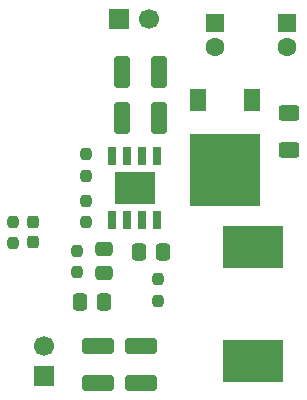
<source format=gts>
%TF.GenerationSoftware,KiCad,Pcbnew,9.0.6*%
%TF.CreationDate,2025-11-23T20:43:57-05:00*%
%TF.ProjectId,5013-5v,35303133-2d35-4762-9e6b-696361645f70,rev?*%
%TF.SameCoordinates,Original*%
%TF.FileFunction,Soldermask,Top*%
%TF.FilePolarity,Negative*%
%FSLAX46Y46*%
G04 Gerber Fmt 4.6, Leading zero omitted, Abs format (unit mm)*
G04 Created by KiCad (PCBNEW 9.0.6) date 2025-11-23 20:43:57*
%MOMM*%
%LPD*%
G01*
G04 APERTURE LIST*
G04 Aperture macros list*
%AMRoundRect*
0 Rectangle with rounded corners*
0 $1 Rounding radius*
0 $2 $3 $4 $5 $6 $7 $8 $9 X,Y pos of 4 corners*
0 Add a 4 corners polygon primitive as box body*
4,1,4,$2,$3,$4,$5,$6,$7,$8,$9,$2,$3,0*
0 Add four circle primitives for the rounded corners*
1,1,$1+$1,$2,$3*
1,1,$1+$1,$4,$5*
1,1,$1+$1,$6,$7*
1,1,$1+$1,$8,$9*
0 Add four rect primitives between the rounded corners*
20,1,$1+$1,$2,$3,$4,$5,0*
20,1,$1+$1,$4,$5,$6,$7,0*
20,1,$1+$1,$6,$7,$8,$9,0*
20,1,$1+$1,$8,$9,$2,$3,0*%
G04 Aperture macros list end*
%ADD10R,0.650000X1.525000*%
%ADD11R,3.400000X2.710000*%
%ADD12RoundRect,0.237500X-0.237500X0.250000X-0.237500X-0.250000X0.237500X-0.250000X0.237500X0.250000X0*%
%ADD13RoundRect,0.250000X-1.100000X0.412500X-1.100000X-0.412500X1.100000X-0.412500X1.100000X0.412500X0*%
%ADD14RoundRect,0.237500X0.237500X-0.287500X0.237500X0.287500X-0.237500X0.287500X-0.237500X-0.287500X0*%
%ADD15RoundRect,0.250000X-0.550000X0.550000X-0.550000X-0.550000X0.550000X-0.550000X0.550000X0.550000X0*%
%ADD16C,1.600000*%
%ADD17R,1.700000X1.700000*%
%ADD18C,1.700000*%
%ADD19R,5.970000X6.100000*%
%ADD20R,1.400000X1.900000*%
%ADD21RoundRect,0.250000X-0.412500X-1.100000X0.412500X-1.100000X0.412500X1.100000X-0.412500X1.100000X0*%
%ADD22RoundRect,0.250000X0.625000X-0.400000X0.625000X0.400000X-0.625000X0.400000X-0.625000X-0.400000X0*%
%ADD23RoundRect,0.237500X0.237500X-0.250000X0.237500X0.250000X-0.237500X0.250000X-0.237500X-0.250000X0*%
%ADD24RoundRect,0.250000X0.337500X0.475000X-0.337500X0.475000X-0.337500X-0.475000X0.337500X-0.475000X0*%
%ADD25R,5.100000X3.650000*%
%ADD26RoundRect,0.250000X0.475000X-0.337500X0.475000X0.337500X-0.475000X0.337500X-0.475000X-0.337500X0*%
G04 APERTURE END LIST*
D10*
%TO.C,IC1*%
X132424000Y-93375500D03*
X131154000Y-93375500D03*
X129884000Y-93375500D03*
X128614000Y-93375500D03*
X128614000Y-98799500D03*
X129884000Y-98799500D03*
X131154000Y-98799500D03*
X132424000Y-98799500D03*
D11*
X130519000Y-96087500D03*
%TD*%
D12*
%TO.C,Ron*%
X126423000Y-93175000D03*
X126423000Y-95000000D03*
%TD*%
D13*
%TO.C,Cout*%
X131065000Y-109405000D03*
X131065000Y-112530000D03*
%TD*%
D12*
%TO.C,Rr*%
X132519000Y-103775000D03*
X132519000Y-105600000D03*
%TD*%
D14*
%TO.C,pgood*%
X121901800Y-100637500D03*
X121901800Y-98887500D03*
%TD*%
D15*
%TO.C,C9*%
X143441000Y-82110388D03*
D16*
X143441000Y-84110388D03*
%TD*%
D17*
%TO.C,Vin*%
X129212000Y-81757500D03*
D18*
X131752000Y-81757500D03*
%TD*%
D17*
%TO.C,Vout*%
X122867000Y-111983500D03*
D18*
X122867000Y-109443500D03*
%TD*%
D19*
%TO.C,D1*%
X138119000Y-94495500D03*
D20*
X140409000Y-88630500D03*
X135829000Y-88630500D03*
%TD*%
D21*
%TO.C,Cin*%
X129432500Y-90139500D03*
X132557500Y-90139500D03*
%TD*%
D22*
%TO.C,R6*%
X143600000Y-92800000D03*
X143600000Y-89700000D03*
%TD*%
D13*
%TO.C,Cout*%
X127439000Y-109405000D03*
X127439000Y-112530000D03*
%TD*%
D23*
%TO.C,Rfbb*%
X126423000Y-98964000D03*
X126423000Y-97139000D03*
%TD*%
D21*
%TO.C,Cin*%
X129432500Y-86202500D03*
X132557500Y-86202500D03*
%TD*%
D24*
%TO.C,Cr*%
X127947000Y-105671500D03*
X125872000Y-105671500D03*
%TD*%
D23*
%TO.C,Rfbt*%
X125661000Y-103178500D03*
X125661000Y-101353500D03*
%TD*%
D24*
%TO.C,cbst*%
X132946900Y-101467900D03*
X130871900Y-101467900D03*
%TD*%
D25*
%TO.C,L1*%
X140494600Y-101037500D03*
X140494600Y-110737500D03*
%TD*%
D12*
%TO.C,R5*%
X120200000Y-98887500D03*
X120200000Y-100712500D03*
%TD*%
D26*
%TO.C,cac*%
X127947000Y-103280000D03*
X127947000Y-101205000D03*
%TD*%
D15*
%TO.C,C8*%
X137345000Y-82110387D03*
D16*
X137345000Y-84110387D03*
%TD*%
M02*

</source>
